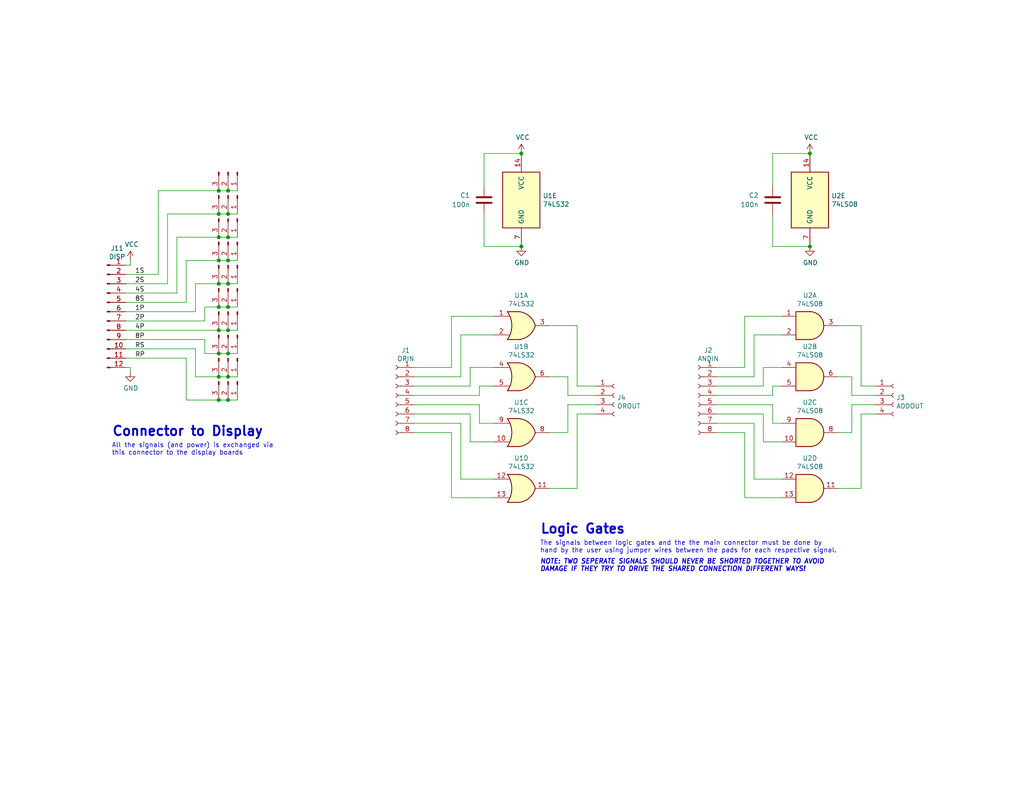
<source format=kicad_sch>
(kicad_sch (version 20230121) (generator eeschema)
  (paper "USLetter")
  (title_block (title "Clock Reset Logic") (date "2024-01-03") (rev "3") (company "Savo Bajic") (comment 1 "Configured using wires soldered between headers") (comment 2 "User configured logic for resetting counters"))
  (lib_symbols
    (symbol "74xx:74LS08" (pin_names (offset 1.016))
      (property "Reference" "U" (at 0 1.27 0))
      (property "Value" "74LS08" (at 0 -1.27 0))
      (symbol "74LS08_1_1"
        (arc (start 0 -3.81) (mid 3.7934 0) (end 0 3.81) (stroke (width 0.254)) (fill (type background)))
        (polyline (pts (xy 0 3.81) (xy -3.81 3.81) (xy -3.81 -3.81) (xy 0 -3.81)) (stroke (width 0.254)) (fill (type background)))
        (pin input line (at -7.62 2.54 0) (length 3.81) (name "~") (number "1"))
        (pin input line (at -7.62 -2.54 0) (length 3.81) (name "~") (number "2"))
        (pin output line (at 7.62 0 180) (length 3.81) (name "~") (number "3"))
      )
      (symbol "74LS08_1_2"
        (arc (start -3.81 -3.81) (mid -2.589 0) (end -3.81 3.81) (stroke (width 0.254)))
        (arc (start -0.6096 -3.81) (mid 2.1855 -2.584) (end 3.81 0) (stroke (width 0.254)) (fill (type background)))
        (polyline (pts (xy -3.81 -3.81) (xy -0.635 -3.81)) (stroke (width 0.254)) (fill (type background)))
        (polyline (pts (xy -3.81 3.81) (xy -0.635 3.81)) (stroke (width 0.254)) (fill (type background)))
        (polyline (pts (xy -0.635 3.81) (xy -3.81 3.81) (xy -3.81 3.81) (xy -3.556 3.4036) (xy -3.0226 2.2606) (xy -2.6924 1.0414) (xy -2.6162 -0.254) (xy -2.7686 -1.4986) (xy -3.175 -2.7178) (xy -3.81 -3.81) (xy -3.81 -3.81) (xy -0.635 -3.81)) (stroke (width -25.4)) (fill (type background)))
        (arc (start 3.81 0) (mid 2.1928 2.5925) (end -0.6096 3.81) (stroke (width 0.254)) (fill (type background)))
        (pin input inverted (at -7.62 2.54 0) (length 4.318) (name "~") (number "1"))
        (pin input inverted (at -7.62 -2.54 0) (length 4.318) (name "~") (number "2"))
        (pin output inverted (at 7.62 0 180) (length 3.81) (name "~") (number "3"))
      )
      (symbol "74LS08_2_1"
        (arc (start 0 -3.81) (mid 3.7934 0) (end 0 3.81) (stroke (width 0.254)) (fill (type background)))
        (polyline (pts (xy 0 3.81) (xy -3.81 3.81) (xy -3.81 -3.81) (xy 0 -3.81)) (stroke (width 0.254)) (fill (type background)))
        (pin input line (at -7.62 2.54 0) (length 3.81) (name "~") (number "4"))
        (pin input line (at -7.62 -2.54 0) (length 3.81) (name "~") (number "5"))
        (pin output line (at 7.62 0 180) (length 3.81) (name "~") (number "6"))
      )
      (symbol "74LS08_2_2"
        (arc (start -3.81 -3.81) (mid -2.589 0) (end -3.81 3.81) (stroke (width 0.254)))
        (arc (start -0.6096 -3.81) (mid 2.1855 -2.584) (end 3.81 0) (stroke (width 0.254)) (fill (type background)))
        (polyline (pts (xy -3.81 -3.81) (xy -0.635 -3.81)) (stroke (width 0.254)) (fill (type background)))
        (polyline (pts (xy -3.81 3.81) (xy -0.635 3.81)) (stroke (width 0.254)) (fill (type background)))
        (polyline (pts (xy -0.635 3.81) (xy -3.81 3.81) (xy -3.81 3.81) (xy -3.556 3.4036) (xy -3.0226 2.2606) (xy -2.6924 1.0414) (xy -2.6162 -0.254) (xy -2.7686 -1.4986) (xy -3.175 -2.7178) (xy -3.81 -3.81) (xy -3.81 -3.81) (xy -0.635 -3.81)) (stroke (width -25.4)) (fill (type background)))
        (arc (start 3.81 0) (mid 2.1928 2.5925) (end -0.6096 3.81) (stroke (width 0.254)) (fill (type background)))
        (pin input inverted (at -7.62 2.54 0) (length 4.318) (name "~") (number "4"))
        (pin input inverted (at -7.62 -2.54 0) (length 4.318) (name "~") (number "5"))
        (pin output inverted (at 7.62 0 180) (length 3.81) (name "~") (number "6"))
      )
      (symbol "74LS08_3_1"
        (arc (start 0 -3.81) (mid 3.7934 0) (end 0 3.81) (stroke (width 0.254)) (fill (type background)))
        (polyline (pts (xy 0 3.81) (xy -3.81 3.81) (xy -3.81 -3.81) (xy 0 -3.81)) (stroke (width 0.254)) (fill (type background)))
        (pin input line (at -7.62 -2.54 0) (length 3.81) (name "~") (number "10"))
        (pin output line (at 7.62 0 180) (length 3.81) (name "~") (number "8"))
        (pin input line (at -7.62 2.54 0) (length 3.81) (name "~") (number "9"))
      )
      (symbol "74LS08_3_2"
        (arc (start -3.81 -3.81) (mid -2.589 0) (end -3.81 3.81) (stroke (width 0.254)))
        (arc (start -0.6096 -3.81) (mid 2.1855 -2.584) (end 3.81 0) (stroke (width 0.254)) (fill (type background)))
        (polyline (pts (xy -3.81 -3.81) (xy -0.635 -3.81)) (stroke (width 0.254)) (fill (type background)))
        (polyline (pts (xy -3.81 3.81) (xy -0.635 3.81)) (stroke (width 0.254)) (fill (type background)))
        (polyline (pts (xy -0.635 3.81) (xy -3.81 3.81) (xy -3.81 3.81) (xy -3.556 3.4036) (xy -3.0226 2.2606) (xy -2.6924 1.0414) (xy -2.6162 -0.254) (xy -2.7686 -1.4986) (xy -3.175 -2.7178) (xy -3.81 -3.81) (xy -3.81 -3.81) (xy -0.635 -3.81)) (stroke (width -25.4)) (fill (type background)))
        (arc (start 3.81 0) (mid 2.1928 2.5925) (end -0.6096 3.81) (stroke (width 0.254)) (fill (type background)))
        (pin input inverted (at -7.62 -2.54 0) (length 4.318) (name "~") (number "10"))
        (pin output inverted (at 7.62 0 180) (length 3.81) (name "~") (number "8"))
        (pin input inverted (at -7.62 2.54 0) (length 4.318) (name "~") (number "9"))
      )
      (symbol "74LS08_4_1"
        (arc (start 0 -3.81) (mid 3.7934 0) (end 0 3.81) (stroke (width 0.254)) (fill (type background)))
        (polyline (pts (xy 0 3.81) (xy -3.81 3.81) (xy -3.81 -3.81) (xy 0 -3.81)) (stroke (width 0.254)) (fill (type background)))
        (pin output line (at 7.62 0 180) (length 3.81) (name "~") (number "11"))
        (pin input line (at -7.62 2.54 0) (length 3.81) (name "~") (number "12"))
        (pin input line (at -7.62 -2.54 0) (length 3.81) (name "~") (number "13"))
      )
      (symbol "74LS08_4_2"
        (arc (start -3.81 -3.81) (mid -2.589 0) (end -3.81 3.81) (stroke (width 0.254)))
        (arc (start -0.6096 -3.81) (mid 2.1855 -2.584) (end 3.81 0) (stroke (width 0.254)) (fill (type background)))
        (polyline (pts (xy -3.81 -3.81) (xy -0.635 -3.81)) (stroke (width 0.254)) (fill (type background)))
        (polyline (pts (xy -3.81 3.81) (xy -0.635 3.81)) (stroke (width 0.254)) (fill (type background)))
        (polyline (pts (xy -0.635 3.81) (xy -3.81 3.81) (xy -3.81 3.81) (xy -3.556 3.4036) (xy -3.0226 2.2606) (xy -2.6924 1.0414) (xy -2.6162 -0.254) (xy -2.7686 -1.4986) (xy -3.175 -2.7178) (xy -3.81 -3.81) (xy -3.81 -3.81) (xy -0.635 -3.81)) (stroke (width -25.4)) (fill (type background)))
        (arc (start 3.81 0) (mid 2.1928 2.5925) (end -0.6096 3.81) (stroke (width 0.254)) (fill (type background)))
        (pin output inverted (at 7.62 0 180) (length 3.81) (name "~") (number "11"))
        (pin input inverted (at -7.62 2.54 0) (length 4.318) (name "~") (number "12"))
        (pin input inverted (at -7.62 -2.54 0) (length 4.318) (name "~") (number "13"))
      )
      (symbol "74LS08_5_0"
        (pin power_in line (at 0 12.7 270) (length 5.08) (name "VCC") (number "14"))
        (pin power_in line (at 0 -12.7 90) (length 5.08) (name "GND") (number "7"))
      )
      (symbol "74LS08_5_1"
        (rectangle (start -5.08 7.62) (end 5.08 -7.62) (stroke (width 0.254)) (fill (type background)))
      )
    )
    (symbol "74xx:74LS32" (pin_names (offset 1.016))
      (property "Reference" "U" (at 0 1.27 0))
      (property "Value" "74LS32" (at 0 -1.27 0))
      (symbol "74LS32_1_1"
        (arc (start -3.81 -3.81) (mid -2.589 0) (end -3.81 3.81) (stroke (width 0.254)))
        (arc (start -0.6096 -3.81) (mid 2.1855 -2.584) (end 3.81 0) (stroke (width 0.254)) (fill (type background)))
        (polyline (pts (xy -3.81 -3.81) (xy -0.635 -3.81)) (stroke (width 0.254)) (fill (type background)))
        (polyline (pts (xy -3.81 3.81) (xy -0.635 3.81)) (stroke (width 0.254)) (fill (type background)))
        (polyline (pts (xy -0.635 3.81) (xy -3.81 3.81) (xy -3.81 3.81) (xy -3.556 3.4036) (xy -3.0226 2.2606) (xy -2.6924 1.0414) (xy -2.6162 -0.254) (xy -2.7686 -1.4986) (xy -3.175 -2.7178) (xy -3.81 -3.81) (xy -3.81 -3.81) (xy -0.635 -3.81)) (stroke (width -25.4)) (fill (type background)))
        (arc (start 3.81 0) (mid 2.1928 2.5925) (end -0.6096 3.81) (stroke (width 0.254)) (fill (type background)))
        (pin input line (at -7.62 2.54 0) (length 4.318) (name "~") (number "1"))
        (pin input line (at -7.62 -2.54 0) (length 4.318) (name "~") (number "2"))
        (pin output line (at 7.62 0 180) (length 3.81) (name "~") (number "3"))
      )
      (symbol "74LS32_1_2"
        (arc (start 0 -3.81) (mid 3.7934 0) (end 0 3.81) (stroke (width 0.254)) (fill (type background)))
        (polyline (pts (xy 0 3.81) (xy -3.81 3.81) (xy -3.81 -3.81) (xy 0 -3.81)) (stroke (width 0.254)) (fill (type background)))
        (pin input inverted (at -7.62 2.54 0) (length 3.81) (name "~") (number "1"))
        (pin input inverted (at -7.62 -2.54 0) (length 3.81) (name "~") (number "2"))
        (pin output inverted (at 7.62 0 180) (length 3.81) (name "~") (number "3"))
      )
      (symbol "74LS32_2_1"
        (arc (start -3.81 -3.81) (mid -2.589 0) (end -3.81 3.81) (stroke (width 0.254)))
        (arc (start -0.6096 -3.81) (mid 2.1855 -2.584) (end 3.81 0) (stroke (width 0.254)) (fill (type background)))
        (polyline (pts (xy -3.81 -3.81) (xy -0.635 -3.81)) (stroke (width 0.254)) (fill (type background)))
        (polyline (pts (xy -3.81 3.81) (xy -0.635 3.81)) (stroke (width 0.254)) (fill (type background)))
        (polyline (pts (xy -0.635 3.81) (xy -3.81 3.81) (xy -3.81 3.81) (xy -3.556 3.4036) (xy -3.0226 2.2606) (xy -2.6924 1.0414) (xy -2.6162 -0.254) (xy -2.7686 -1.4986) (xy -3.175 -2.7178) (xy -3.81 -3.81) (xy -3.81 -3.81) (xy -0.635 -3.81)) (stroke (width -25.4)) (fill (type background)))
        (arc (start 3.81 0) (mid 2.1928 2.5925) (end -0.6096 3.81) (stroke (width 0.254)) (fill (type background)))
        (pin input line (at -7.62 2.54 0) (length 4.318) (name "~") (number "4"))
        (pin input line (at -7.62 -2.54 0) (length 4.318) (name "~") (number "5"))
        (pin output line (at 7.62 0 180) (length 3.81) (name "~") (number "6"))
      )
      (symbol "74LS32_2_2"
        (arc (start 0 -3.81) (mid 3.7934 0) (end 0 3.81) (stroke (width 0.254)) (fill (type background)))
        (polyline (pts (xy 0 3.81) (xy -3.81 3.81) (xy -3.81 -3.81) (xy 0 -3.81)) (stroke (width 0.254)) (fill (type background)))
        (pin input inverted (at -7.62 2.54 0) (length 3.81) (name "~") (number "4"))
        (pin input inverted (at -7.62 -2.54 0) (length 3.81) (name "~") (number "5"))
        (pin output inverted (at 7.62 0 180) (length 3.81) (name "~") (number "6"))
      )
      (symbol "74LS32_3_1"
        (arc (start -3.81 -3.81) (mid -2.589 0) (end -3.81 3.81) (stroke (width 0.254)))
        (arc (start -0.6096 -3.81) (mid 2.1855 -2.584) (end 3.81 0) (stroke (width 0.254)) (fill (type background)))
        (polyline (pts (xy -3.81 -3.81) (xy -0.635 -3.81)) (stroke (width 0.254)) (fill (type background)))
        (polyline (pts (xy -3.81 3.81) (xy -0.635 3.81)) (stroke (width 0.254)) (fill (type background)))
        (polyline (pts (xy -0.635 3.81) (xy -3.81 3.81) (xy -3.81 3.81) (xy -3.556 3.4036) (xy -3.0226 2.2606) (xy -2.6924 1.0414) (xy -2.6162 -0.254) (xy -2.7686 -1.4986) (xy -3.175 -2.7178) (xy -3.81 -3.81) (xy -3.81 -3.81) (xy -0.635 -3.81)) (stroke (width -25.4)) (fill (type background)))
        (arc (start 3.81 0) (mid 2.1928 2.5925) (end -0.6096 3.81) (stroke (width 0.254)) (fill (type background)))
        (pin input line (at -7.62 -2.54 0) (length 4.318) (name "~") (number "10"))
        (pin output line (at 7.62 0 180) (length 3.81) (name "~") (number "8"))
        (pin input line (at -7.62 2.54 0) (length 4.318) (name "~") (number "9"))
      )
      (symbol "74LS32_3_2"
        (arc (start 0 -3.81) (mid 3.7934 0) (end 0 3.81) (stroke (width 0.254)) (fill (type background)))
        (polyline (pts (xy 0 3.81) (xy -3.81 3.81) (xy -3.81 -3.81) (xy 0 -3.81)) (stroke (width 0.254)) (fill (type background)))
        (pin input inverted (at -7.62 -2.54 0) (length 3.81) (name "~") (number "10"))
        (pin output inverted (at 7.62 0 180) (length 3.81) (name "~") (number "8"))
        (pin input inverted (at -7.62 2.54 0) (length 3.81) (name "~") (number "9"))
      )
      (symbol "74LS32_4_1"
        (arc (start -3.81 -3.81) (mid -2.589 0) (end -3.81 3.81) (stroke (width 0.254)))
        (arc (start -0.6096 -3.81) (mid 2.1855 -2.584) (end 3.81 0) (stroke (width 0.254)) (fill (type background)))
        (polyline (pts (xy -3.81 -3.81) (xy -0.635 -3.81)) (stroke (width 0.254)) (fill (type background)))
        (polyline (pts (xy -3.81 3.81) (xy -0.635 3.81)) (stroke (width 0.254)) (fill (type background)))
        (polyline (pts (xy -0.635 3.81) (xy -3.81 3.81) (xy -3.81 3.81) (xy -3.556 3.4036) (xy -3.0226 2.2606) (xy -2.6924 1.0414) (xy -2.6162 -0.254) (xy -2.7686 -1.4986) (xy -3.175 -2.7178) (xy -3.81 -3.81) (xy -3.81 -3.81) (xy -0.635 -3.81)) (stroke (width -25.4)) (fill (type background)))
        (arc (start 3.81 0) (mid 2.1928 2.5925) (end -0.6096 3.81) (stroke (width 0.254)) (fill (type background)))
        (pin output line (at 7.62 0 180) (length 3.81) (name "~") (number "11"))
        (pin input line (at -7.62 2.54 0) (length 4.318) (name "~") (number "12"))
        (pin input line (at -7.62 -2.54 0) (length 4.318) (name "~") (number "13"))
      )
      (symbol "74LS32_4_2"
        (arc (start 0 -3.81) (mid 3.7934 0) (end 0 3.81) (stroke (width 0.254)) (fill (type background)))
        (polyline (pts (xy 0 3.81) (xy -3.81 3.81) (xy -3.81 -3.81) (xy 0 -3.81)) (stroke (width 0.254)) (fill (type background)))
        (pin output inverted (at 7.62 0 180) (length 3.81) (name "~") (number "11"))
        (pin input inverted (at -7.62 2.54 0) (length 3.81) (name "~") (number "12"))
        (pin input inverted (at -7.62 -2.54 0) (length 3.81) (name "~") (number "13"))
      )
      (symbol "74LS32_5_0"
        (pin power_in line (at 0 12.7 270) (length 5.08) (name "VCC") (number "14"))
        (pin power_in line (at 0 -12.7 90) (length 5.08) (name "GND") (number "7"))
      )
      (symbol "74LS32_5_1"
        (rectangle (start -5.08 7.62) (end 5.08 -7.62) (stroke (width 0.254)) (fill (type background)))
      )
    )
    (symbol "Connector:Conn_01x03_Male" (pin_names (offset 1.016) hide)
      (property "Reference" "J" (at 0 5.08 0))
      (property "Value" "Conn_01x03_Male" (at 0 -5.08 0))
      (symbol "Conn_01x03_Male_1_1"
        (polyline (pts (xy 1.27 -2.54) (xy 0.8636 -2.54)) (stroke (width 0.1524)))
        (polyline (pts (xy 1.27 0) (xy 0.8636 0)) (stroke (width 0.1524)))
        (polyline (pts (xy 1.27 2.54) (xy 0.8636 2.54)) (stroke (width 0.1524)))
        (rectangle (start 0.8636 -2.413) (end 0 -2.667) (stroke (width 0.1524)) (fill (type outline)))
        (rectangle (start 0.8636 0.127) (end 0 -0.127) (stroke (width 0.1524)) (fill (type outline)))
        (rectangle (start 0.8636 2.667) (end 0 2.413) (stroke (width 0.1524)) (fill (type outline)))
        (pin passive line (at 5.08 2.54 180) (length 3.81) (name "Pin_1") (number "1"))
        (pin passive line (at 5.08 0 180) (length 3.81) (name "Pin_2") (number "2"))
        (pin passive line (at 5.08 -2.54 180) (length 3.81) (name "Pin_3") (number "3"))
      )
    )
    (symbol "Connector:Conn_01x04_Female" (pin_names (offset 1.016) hide)
      (property "Reference" "J" (at 0 5.08 0))
      (property "Value" "Conn_01x04_Female" (at 0 -7.62 0))
      (symbol "Conn_01x04_Female_1_1"
        (arc (start 0 -4.572) (mid -0.5058 -5.08) (end 0 -5.588) (stroke (width 0.1524)))
        (arc (start 0 -2.032) (mid -0.5058 -2.54) (end 0 -3.048) (stroke (width 0.1524)))
        (polyline (pts (xy -1.27 -5.08) (xy -0.508 -5.08)) (stroke (width 0.1524)))
        (polyline (pts (xy -1.27 -2.54) (xy -0.508 -2.54)) (stroke (width 0.1524)))
        (polyline (pts (xy -1.27 0) (xy -0.508 0)) (stroke (width 0.1524)))
        (polyline (pts (xy -1.27 2.54) (xy -0.508 2.54)) (stroke (width 0.1524)))
        (arc (start 0 0.508) (mid -0.5058 0) (end 0 -0.508) (stroke (width 0.1524)))
        (arc (start 0 3.048) (mid -0.5058 2.54) (end 0 2.032) (stroke (width 0.1524)))
        (pin passive line (at -5.08 2.54 0) (length 3.81) (name "Pin_1") (number "1"))
        (pin passive line (at -5.08 0 0) (length 3.81) (name "Pin_2") (number "2"))
        (pin passive line (at -5.08 -2.54 0) (length 3.81) (name "Pin_3") (number "3"))
        (pin passive line (at -5.08 -5.08 0) (length 3.81) (name "Pin_4") (number "4"))
      )
    )
    (symbol "Connector:Conn_01x08_Female" (pin_names (offset 1.016) hide)
      (property "Reference" "J" (at 0 10.16 0))
      (property "Value" "Conn_01x08_Female" (at 0 -12.7 0))
      (symbol "Conn_01x08_Female_1_1"
        (arc (start 0 -9.652) (mid -0.5058 -10.16) (end 0 -10.668) (stroke (width 0.1524)))
        (arc (start 0 -7.112) (mid -0.5058 -7.62) (end 0 -8.128) (stroke (width 0.1524)))
        (arc (start 0 -4.572) (mid -0.5058 -5.08) (end 0 -5.588) (stroke (width 0.1524)))
        (arc (start 0 -2.032) (mid -0.5058 -2.54) (end 0 -3.048) (stroke (width 0.1524)))
        (polyline (pts (xy -1.27 -10.16) (xy -0.508 -10.16)) (stroke (width 0.1524)))
        (polyline (pts (xy -1.27 -7.62) (xy -0.508 -7.62)) (stroke (width 0.1524)))
        (polyline (pts (xy -1.27 -5.08) (xy -0.508 -5.08)) (stroke (width 0.1524)))
        (polyline (pts (xy -1.27 -2.54) (xy -0.508 -2.54)) (stroke (width 0.1524)))
        (polyline (pts (xy -1.27 0) (xy -0.508 0)) (stroke (width 0.1524)))
        (polyline (pts (xy -1.27 2.54) (xy -0.508 2.54)) (stroke (width 0.1524)))
        (polyline (pts (xy -1.27 5.08) (xy -0.508 5.08)) (stroke (width 0.1524)))
        (polyline (pts (xy -1.27 7.62) (xy -0.508 7.62)) (stroke (width 0.1524)))
        (arc (start 0 0.508) (mid -0.5058 0) (end 0 -0.508) (stroke (width 0.1524)))
        (arc (start 0 3.048) (mid -0.5058 2.54) (end 0 2.032) (stroke (width 0.1524)))
        (arc (start 0 5.588) (mid -0.5058 5.08) (end 0 4.572) (stroke (width 0.1524)))
        (arc (start 0 8.128) (mid -0.5058 7.62) (end 0 7.112) (stroke (width 0.1524)))
        (pin passive line (at -5.08 7.62 0) (length 3.81) (name "Pin_1") (number "1"))
        (pin passive line (at -5.08 5.08 0) (length 3.81) (name "Pin_2") (number "2"))
        (pin passive line (at -5.08 2.54 0) (length 3.81) (name "Pin_3") (number "3"))
        (pin passive line (at -5.08 0 0) (length 3.81) (name "Pin_4") (number "4"))
        (pin passive line (at -5.08 -2.54 0) (length 3.81) (name "Pin_5") (number "5"))
        (pin passive line (at -5.08 -5.08 0) (length 3.81) (name "Pin_6") (number "6"))
        (pin passive line (at -5.08 -7.62 0) (length 3.81) (name "Pin_7") (number "7"))
        (pin passive line (at -5.08 -10.16 0) (length 3.81) (name "Pin_8") (number "8"))
      )
    )
    (symbol "Connector:Conn_01x12_Male" (pin_names (offset 1.016) hide)
      (property "Reference" "J" (at 0 15.24 0))
      (property "Value" "Conn_01x12_Male" (at 0 -17.78 0))
      (symbol "Conn_01x12_Male_1_1"
        (polyline (pts (xy 1.27 -15.24) (xy 0.8636 -15.24)) (stroke (width 0.1524)))
        (polyline (pts (xy 1.27 -12.7) (xy 0.8636 -12.7)) (stroke (width 0.1524)))
        (polyline (pts (xy 1.27 -10.16) (xy 0.8636 -10.16)) (stroke (width 0.1524)))
        (polyline (pts (xy 1.27 -7.62) (xy 0.8636 -7.62)) (stroke (width 0.1524)))
        (polyline (pts (xy 1.27 -5.08) (xy 0.8636 -5.08)) (stroke (width 0.1524)))
        (polyline (pts (xy 1.27 -2.54) (xy 0.8636 -2.54)) (stroke (width 0.1524)))
        (polyline (pts (xy 1.27 0) (xy 0.8636 0)) (stroke (width 0.1524)))
        (polyline (pts (xy 1.27 2.54) (xy 0.8636 2.54)) (stroke (width 0.1524)))
        (polyline (pts (xy 1.27 5.08) (xy 0.8636 5.08)) (stroke (width 0.1524)))
        (polyline (pts (xy 1.27 7.62) (xy 0.8636 7.62)) (stroke (width 0.1524)))
        (polyline (pts (xy 1.27 10.16) (xy 0.8636 10.16)) (stroke (width 0.1524)))
        (polyline (pts (xy 1.27 12.7) (xy 0.8636 12.7)) (stroke (width 0.1524)))
        (rectangle (start 0.8636 -15.113) (end 0 -15.367) (stroke (width 0.1524)) (fill (type outline)))
        (rectangle (start 0.8636 -12.573) (end 0 -12.827) (stroke (width 0.1524)) (fill (type outline)))
        (rectangle (start 0.8636 -10.033) (end 0 -10.287) (stroke (width 0.1524)) (fill (type outline)))
        (rectangle (start 0.8636 -7.493) (end 0 -7.747) (stroke (width 0.1524)) (fill (type outline)))
        (rectangle (start 0.8636 -4.953) (end 0 -5.207) (stroke (width 0.1524)) (fill (type outline)))
        (rectangle (start 0.8636 -2.413) (end 0 -2.667) (stroke (width 0.1524)) (fill (type outline)))
        (rectangle (start 0.8636 0.127) (end 0 -0.127) (stroke (width 0.1524)) (fill (type outline)))
        (rectangle (start 0.8636 2.667) (end 0 2.413) (stroke (width 0.1524)) (fill (type outline)))
        (rectangle (start 0.8636 5.207) (end 0 4.953) (stroke (width 0.1524)) (fill (type outline)))
        (rectangle (start 0.8636 7.747) (end 0 7.493) (stroke (width 0.1524)) (fill (type outline)))
        (rectangle (start 0.8636 10.287) (end 0 10.033) (stroke (width 0.1524)) (fill (type outline)))
        (rectangle (start 0.8636 12.827) (end 0 12.573) (stroke (width 0.1524)) (fill (type outline)))
        (pin passive line (at 5.08 12.7 180) (length 3.81) (name "Pin_1") (number "1"))
        (pin passive line (at 5.08 -10.16 180) (length 3.81) (name "Pin_10") (number "10"))
        (pin passive line (at 5.08 -12.7 180) (length 3.81) (name "Pin_11") (number "11"))
        (pin passive line (at 5.08 -15.24 180) (length 3.81) (name "Pin_12") (number "12"))
        (pin passive line (at 5.08 10.16 180) (length 3.81) (name "Pin_2") (number "2"))
        (pin passive line (at 5.08 7.62 180) (length 3.81) (name "Pin_3") (number "3"))
        (pin passive line (at 5.08 5.08 180) (length 3.81) (name "Pin_4") (number "4"))
        (pin passive line (at 5.08 2.54 180) (length 3.81) (name "Pin_5") (number "5"))
        (pin passive line (at 5.08 0 180) (length 3.81) (name "Pin_6") (number "6"))
        (pin passive line (at 5.08 -2.54 180) (length 3.81) (name "Pin_7") (number "7"))
        (pin passive line (at 5.08 -5.08 180) (length 3.81) (name "Pin_8") (number "8"))
        (pin passive line (at 5.08 -7.62 180) (length 3.81) (name "Pin_9") (number "9"))
      )
    )
    (symbol "Device:C" (pin_numbers hide) (pin_names (offset 0.254))
      (property "Reference" "C" (at 0.635 2.54 0))
      (property "Value" "C" (at 0.635 -2.54 0))
      (symbol "C_0_1"
        (polyline (pts (xy -2.032 -0.762) (xy 2.032 -0.762)) (stroke (width 0.508)))
        (polyline (pts (xy -2.032 0.762) (xy 2.032 0.762)) (stroke (width 0.508)))
      )
      (symbol "C_1_1"
        (pin passive line (at 0 3.81 270) (length 2.794) (name "~") (number "1"))
        (pin passive line (at 0 -3.81 90) (length 2.794) (name "~") (number "2"))
      )
    )
    (symbol "power:GND" (power) (pin_names (offset 0))
      (property "Value" "GND" (at 0 -3.81 0))
      (symbol "GND_0_1"
        (polyline (pts (xy 0 0) (xy 0 -1.27) (xy 1.27 -1.27) (xy 0 -2.54) (xy -1.27 -1.27) (xy 0 -1.27)))
      )
      (symbol "GND_1_1"
        (pin power_in line (at 0 0 270) (length 0) hide (name "GND") (number "1"))
      )
    )
    (symbol "power:VCC" (power) (pin_names (offset 0))
      (property "Value" "VCC" (at 0 3.81 0))
      (symbol "VCC_0_1"
        (polyline (pts (xy -0.762 1.27) (xy 0 2.54)))
        (polyline (pts (xy 0 0) (xy 0 2.54)))
        (polyline (pts (xy 0 2.54) (xy 0.762 1.27)))
      )
      (symbol "VCC_1_1"
        (pin power_in line (at 0 0 90) (length 0) hide (name "VCC") (number "1"))
      )
    )
  )
  (junction (at 62.23 52.07))
  (junction (at 59.69 96.52))
  (junction (at 62.23 64.77))
  (junction (at 59.69 109.22))
  (junction (at 59.69 77.47))
  (junction (at 59.69 83.82))
  (junction (at 62.23 102.87))
  (junction (at 59.69 102.87))
  (junction (at 62.23 83.82))
  (junction (at 62.23 58.42))
  (junction (at 220.98 41.91))
  (junction (at 220.98 67.31))
  (junction (at 59.69 90.17))
  (junction (at 142.24 67.31))
  (junction (at 59.69 52.07))
  (junction (at 142.24 41.91))
  (junction (at 62.23 90.17))
  (junction (at 62.23 109.22))
  (junction (at 59.69 71.12))
  (junction (at 59.69 58.42))
  (junction (at 62.23 96.52))
  (junction (at 59.69 64.77))
  (junction (at 62.23 71.12))
  (junction (at 62.23 77.47))
  (wire (pts (xy 113.03 105.41) (xy 128.27 105.41)))
  (wire (pts (xy 128.27 100.33) (xy 134.62 100.33)))
  (wire (pts (xy 50.8 82.55) (xy 50.8 71.12)))
  (wire (pts (xy 55.88 87.63) (xy 55.88 83.82)))
  (wire (pts (xy 210.82 110.49) (xy 195.58 110.49)))
  (wire (pts (xy 162.56 110.49) (xy 154.94 110.49)))
  (wire (pts (xy 213.36 91.44) (xy 205.74 91.44)))
  (wire (pts (xy 123.19 86.36) (xy 134.62 86.36)))
  (wire (pts (xy 125.73 91.44) (xy 134.62 91.44)))
  (wire (pts (xy 130.81 110.49) (xy 130.81 115.57)))
  (wire (pts (xy 59.69 102.87) (xy 53.34 102.87)))
  (wire (pts (xy 232.41 118.11) (xy 232.41 110.49)))
  (wire (pts (xy 154.94 118.11) (xy 149.86 118.11)))
  (wire (pts (xy 34.29 85.09) (xy 53.34 85.09)))
  (wire (pts (xy 35.56 100.33) (xy 35.56 101.6)))
  (wire (pts (xy 34.29 87.63) (xy 55.88 87.63)))
  (wire (pts (xy 34.29 97.79) (xy 50.8 97.79)))
  (wire (pts (xy 205.74 115.57) (xy 195.58 115.57)))
  (wire (pts (xy 125.73 102.87) (xy 113.03 102.87)))
  (wire (pts (xy 113.03 107.95) (xy 130.81 107.95)))
  (wire (pts (xy 132.08 41.91) (xy 142.24 41.91)))
  (wire (pts (xy 238.76 113.03) (xy 234.95 113.03)))
  (wire (pts (xy 34.29 100.33) (xy 35.56 100.33)))
  (wire (pts (xy 203.2 135.89) (xy 213.36 135.89)))
  (wire (pts (xy 62.23 96.52) (xy 64.77 96.52)))
  (wire (pts (xy 53.34 95.25) (xy 34.29 95.25)))
  (wire (pts (xy 234.95 105.41) (xy 238.76 105.41)))
  (wire (pts (xy 157.48 113.03) (xy 162.56 113.03)))
  (wire (pts (xy 210.82 41.91) (xy 220.98 41.91)))
  (wire (pts (xy 162.56 105.41) (xy 157.48 105.41)))
  (wire (pts (xy 123.19 100.33) (xy 123.19 86.36)))
  (wire (pts (xy 210.82 67.31) (xy 220.98 67.31)))
  (wire (pts (xy 157.48 133.35) (xy 157.48 113.03)))
  (wire (pts (xy 210.82 58.42) (xy 210.82 67.31)))
  (wire (pts (xy 125.73 130.81) (xy 134.62 130.81)))
  (wire (pts (xy 59.69 52.07) (xy 62.23 52.07)))
  (wire (pts (xy 55.88 92.71) (xy 55.88 96.52)))
  (wire (pts (xy 43.18 74.93) (xy 43.18 52.07)))
  (wire (pts (xy 113.03 110.49) (xy 130.81 110.49)))
  (wire (pts (xy 208.28 120.65) (xy 213.36 120.65)))
  (wire (pts (xy 50.8 97.79) (xy 50.8 109.22)))
  (wire (pts (xy 210.82 50.8) (xy 210.82 41.91)))
  (wire (pts (xy 34.29 72.39) (xy 35.56 72.39)))
  (wire (pts (xy 62.23 90.17) (xy 64.77 90.17)))
  (wire (pts (xy 130.81 107.95) (xy 130.81 105.41)))
  (wire (pts (xy 210.82 115.57) (xy 210.82 110.49)))
  (wire (pts (xy 208.28 100.33) (xy 208.28 105.41)))
  (wire (pts (xy 59.69 64.77) (xy 62.23 64.77)))
  (wire (pts (xy 132.08 67.31) (xy 142.24 67.31)))
  (wire (pts (xy 128.27 113.03) (xy 113.03 113.03)))
  (wire (pts (xy 62.23 83.82) (xy 64.77 83.82)))
  (wire (pts (xy 53.34 102.87) (xy 53.34 95.25)))
  (wire (pts (xy 34.29 90.17) (xy 59.69 90.17)))
  (wire (pts (xy 203.2 100.33) (xy 203.2 86.36)))
  (wire (pts (xy 34.29 80.01) (xy 48.26 80.01)))
  (wire (pts (xy 149.86 102.87) (xy 154.94 102.87)))
  (wire (pts (xy 48.26 64.77) (xy 59.69 64.77)))
  (wire (pts (xy 53.34 77.47) (xy 59.69 77.47)))
  (wire (pts (xy 34.29 74.93) (xy 43.18 74.93)))
  (wire (pts (xy 62.23 71.12) (xy 64.77 71.12)))
  (wire (pts (xy 34.29 92.71) (xy 55.88 92.71)))
  (wire (pts (xy 59.69 71.12) (xy 62.23 71.12)))
  (wire (pts (xy 132.08 58.42) (xy 132.08 67.31)))
  (wire (pts (xy 203.2 86.36) (xy 213.36 86.36)))
  (wire (pts (xy 55.88 96.52) (xy 59.69 96.52)))
  (wire (pts (xy 125.73 91.44) (xy 125.73 102.87)))
  (wire (pts (xy 125.73 115.57) (xy 125.73 130.81)))
  (wire (pts (xy 208.28 113.03) (xy 208.28 120.65)))
  (wire (pts (xy 43.18 52.07) (xy 59.69 52.07)))
  (wire (pts (xy 238.76 107.95) (xy 232.41 107.95)))
  (wire (pts (xy 232.41 110.49) (xy 238.76 110.49)))
  (wire (pts (xy 210.82 105.41) (xy 213.36 105.41)))
  (wire (pts (xy 59.69 96.52) (xy 62.23 96.52)))
  (wire (pts (xy 205.74 102.87) (xy 195.58 102.87)))
  (wire (pts (xy 154.94 107.95) (xy 162.56 107.95)))
  (wire (pts (xy 154.94 110.49) (xy 154.94 118.11)))
  (wire (pts (xy 130.81 105.41) (xy 134.62 105.41)))
  (wire (pts (xy 62.23 64.77) (xy 64.77 64.77)))
  (wire (pts (xy 113.03 100.33) (xy 123.19 100.33)))
  (wire (pts (xy 130.81 115.57) (xy 134.62 115.57)))
  (wire (pts (xy 132.08 50.8) (xy 132.08 41.91)))
  (wire (pts (xy 35.56 72.39) (xy 35.56 71.12)))
  (wire (pts (xy 50.8 71.12) (xy 59.69 71.12)))
  (wire (pts (xy 195.58 107.95) (xy 210.82 107.95)))
  (wire (pts (xy 157.48 88.9) (xy 149.86 88.9)))
  (wire (pts (xy 48.26 80.01) (xy 48.26 64.77)))
  (wire (pts (xy 62.23 58.42) (xy 64.77 58.42)))
  (wire (pts (xy 213.36 115.57) (xy 210.82 115.57)))
  (wire (pts (xy 228.6 88.9) (xy 234.95 88.9)))
  (wire (pts (xy 62.23 52.07) (xy 64.77 52.07)))
  (wire (pts (xy 157.48 105.41) (xy 157.48 88.9)))
  (wire (pts (xy 128.27 120.65) (xy 128.27 113.03)))
  (wire (pts (xy 213.36 130.81) (xy 205.74 130.81)))
  (wire (pts (xy 34.29 82.55) (xy 50.8 82.55)))
  (wire (pts (xy 232.41 107.95) (xy 232.41 102.87)))
  (wire (pts (xy 113.03 115.57) (xy 125.73 115.57)))
  (wire (pts (xy 62.23 102.87) (xy 64.77 102.87)))
  (wire (pts (xy 205.74 91.44) (xy 205.74 102.87)))
  (wire (pts (xy 59.69 77.47) (xy 62.23 77.47)))
  (wire (pts (xy 234.95 133.35) (xy 228.6 133.35)))
  (wire (pts (xy 228.6 118.11) (xy 232.41 118.11)))
  (wire (pts (xy 123.19 135.89) (xy 123.19 118.11)))
  (wire (pts (xy 195.58 118.11) (xy 203.2 118.11)))
  (wire (pts (xy 128.27 105.41) (xy 128.27 100.33)))
  (wire (pts (xy 210.82 107.95) (xy 210.82 105.41)))
  (wire (pts (xy 203.2 118.11) (xy 203.2 135.89)))
  (wire (pts (xy 208.28 105.41) (xy 195.58 105.41)))
  (wire (pts (xy 154.94 102.87) (xy 154.94 107.95)))
  (wire (pts (xy 234.95 113.03) (xy 234.95 133.35)))
  (wire (pts (xy 45.72 58.42) (xy 59.69 58.42)))
  (wire (pts (xy 62.23 102.87) (xy 59.69 102.87)))
  (wire (pts (xy 50.8 109.22) (xy 59.69 109.22)))
  (wire (pts (xy 45.72 77.47) (xy 45.72 58.42)))
  (wire (pts (xy 195.58 113.03) (xy 208.28 113.03)))
  (wire (pts (xy 34.29 77.47) (xy 45.72 77.47)))
  (wire (pts (xy 149.86 133.35) (xy 157.48 133.35)))
  (wire (pts (xy 123.19 118.11) (xy 113.03 118.11)))
  (wire (pts (xy 134.62 135.89) (xy 123.19 135.89)))
  (wire (pts (xy 205.74 130.81) (xy 205.74 115.57)))
  (wire (pts (xy 234.95 88.9) (xy 234.95 105.41)))
  (wire (pts (xy 55.88 83.82) (xy 59.69 83.82)))
  (wire (pts (xy 195.58 100.33) (xy 203.2 100.33)))
  (wire (pts (xy 213.36 100.33) (xy 208.28 100.33)))
  (wire (pts (xy 59.69 90.17) (xy 62.23 90.17)))
  (wire (pts (xy 59.69 83.82) (xy 62.23 83.82)))
  (wire (pts (xy 59.69 109.22) (xy 62.23 109.22)))
  (wire (pts (xy 59.69 58.42) (xy 62.23 58.42)))
  (wire (pts (xy 232.41 102.87) (xy 228.6 102.87)))
  (wire (pts (xy 62.23 77.47) (xy 64.77 77.47)))
  (wire (pts (xy 134.62 120.65) (xy 128.27 120.65)))
  (wire (pts (xy 53.34 85.09) (xy 53.34 77.47)))
  (wire (pts (xy 62.23 109.22) (xy 64.77 109.22)))
  (text "Logic Gates" (at 147.32 146.05 0) (effects (font (size 2.5654 2.5654) (thickness 0.5131) bold) (justify left bottom)))
  (text "Connector to Display" (at 30.48 119.38 0) (effects (font (size 2.5654 2.5654) (thickness 0.5131) bold) (justify left bottom)))
  (text "NOTE: TWO SEPERATE SIGNALS SHOULD NEVER BE SHORTED TOGETHER TO AVOID\nDAMAGE IF THEY TRY TO DRIVE THE SHARED CONNECTION DIFFERENT WAYS!" (at 147.32 156.21 0) (effects (font (size 1.27 1.27) (thickness 0.254) bold italic) (justify left bottom)))
  (text "The signals between logic gates and the the main connector must be done by\nhand by the user using jumper wires between the pads for each respective signal." (at 147.32 151.13 0) (effects (font (size 1.27 1.27)) (justify left bottom)))
  (text "All the signals (and power) is exchanged via \nthis connector to the display boards" (at 30.48 124.46 0) (effects (font (size 1.27 1.27)) (justify left bottom)))
  (label "2S" (at 36.83 77.47 0))
  (label "8P" (at 36.83 92.71 0))
  (label "RP" (at 36.83 97.79 0))
  (label "4S" (at 36.83 80.01 0))
  (label "RS" (at 36.83 95.25 0))
  (label "1P" (at 36.83 85.09 0))
  (label "1S" (at 36.83 74.93 0))
  (label "4P" (at 36.83 90.17 0))
  (label "8S" (at 36.83 82.55 0))
  (label "2P" (at 36.83 87.63 0))
  (symbol (lib_id "74xx:74LS08") (at 220.98 88.9 0) (unit 1)
    (property "Reference" "U2" (at 220.98 80.645 0))
    (property "Value" "74LS08" (at 220.98 82.9564 0))
    (property "Footprint" "Package_DIP:DIP-14_W7.62mm_Socket" (effects hide))
    (property "Datasheet" "http://www.ti.com/lit/gpn/sn74LS08" (effects hide))
  )
  (symbol (lib_id "74xx:74LS08") (at 220.98 102.87 0) (unit 2)
    (property "Reference" "U2" (at 220.98 94.615 0))
    (property "Value" "74LS08" (at 220.98 96.9264 0))
    (property "Footprint" "Package_DIP:DIP-14_W7.62mm_Socket" (effects hide))
    (property "Datasheet" "http://www.ti.com/lit/gpn/sn74LS08" (effects hide))
  )
  (symbol (lib_id "74xx:74LS08") (at 220.98 118.11 0) (unit 3)
    (property "Reference" "U2" (at 220.98 109.855 0))
    (property "Value" "74LS08" (at 220.98 112.1664 0))
    (property "Footprint" "Package_DIP:DIP-14_W7.62mm_Socket" (effects hide))
    (property "Datasheet" "http://www.ti.com/lit/gpn/sn74LS08" (effects hide))
  )
  (symbol (lib_id "74xx:74LS08") (at 220.98 133.35 0) (unit 4)
    (property "Reference" "U2" (at 220.98 125.095 0))
    (property "Value" "74LS08" (at 220.98 127.4064 0))
    (property "Footprint" "Package_DIP:DIP-14_W7.62mm_Socket" (effects hide))
    (property "Datasheet" "http://www.ti.com/lit/gpn/sn74LS08" (effects hide))
  )
  (symbol (lib_id "74xx:74LS08") (at 220.98 54.61 0) (unit 5)
    (property "Reference" "U2" (at 226.822 53.4416 0) (effects (justify left)))
    (property "Value" "74LS08" (at 226.822 55.753 0) (effects (justify left)))
    (property "Footprint" "Package_DIP:DIP-14_W7.62mm_Socket" (effects hide))
    (property "Datasheet" "http://www.ti.com/lit/gpn/sn74LS08" (effects hide))
  )
  (symbol (lib_id "74xx:74LS32") (at 142.24 88.9 0) (unit 1)
    (property "Reference" "U1" (at 142.24 80.645 0))
    (property "Value" "74LS32" (at 142.24 82.9564 0))
    (property "Footprint" "Package_DIP:DIP-14_W7.62mm_Socket" (effects hide))
    (property "Datasheet" "http://www.ti.com/lit/gpn/sn74LS32" (effects hide))
  )
  (symbol (lib_id "74xx:74LS32") (at 142.24 102.87 0) (unit 2)
    (property "Reference" "U1" (at 142.24 94.615 0))
    (property "Value" "74LS32" (at 142.24 96.9264 0))
    (property "Footprint" "Package_DIP:DIP-14_W7.62mm_Socket" (effects hide))
    (property "Datasheet" "http://www.ti.com/lit/gpn/sn74LS32" (effects hide))
  )
  (symbol (lib_id "74xx:74LS32") (at 142.24 118.11 0) (unit 3)
    (property "Reference" "U1" (at 142.24 109.855 0))
    (property "Value" "74LS32" (at 142.24 112.1664 0))
    (property "Footprint" "Package_DIP:DIP-14_W7.62mm_Socket" (effects hide))
    (property "Datasheet" "http://www.ti.com/lit/gpn/sn74LS32" (effects hide))
  )
  (symbol (lib_id "74xx:74LS32") (at 142.24 133.35 0) (unit 4)
    (property "Reference" "U1" (at 142.24 125.095 0))
    (property "Value" "74LS32" (at 142.24 127.4064 0))
    (property "Footprint" "Package_DIP:DIP-14_W7.62mm_Socket" (effects hide))
    (property "Datasheet" "http://www.ti.com/lit/gpn/sn74LS32" (effects hide))
  )
  (symbol (lib_id "74xx:74LS32") (at 142.24 54.61 0) (unit 5)
    (property "Reference" "U1" (at 148.082 53.4416 0) (effects (justify left)))
    (property "Value" "74LS32" (at 148.082 55.753 0) (effects (justify left)))
    (property "Footprint" "Package_DIP:DIP-14_W7.62mm_Socket" (effects hide))
    (property "Datasheet" "http://www.ti.com/lit/gpn/sn74LS32" (effects hide))
  )
  (symbol (lib_id "power:GND") (at 142.24 67.31 0) (unit 1)
    (property "Reference" "#PWR0101" (effects hide))
    (property "Value" "GND" (at 142.367 71.7042 0))
  )
  (symbol (lib_id "power:GND") (at 220.98 67.31 0) (unit 1)
    (property "Reference" "#PWR0102" (effects hide))
    (property "Value" "GND" (at 221.107 71.7042 0))
  )
  (symbol (lib_id "power:VCC") (at 142.24 41.91 0) (unit 1)
    (property "Reference" "#PWR0103" (effects hide))
    (property "Value" "VCC" (at 142.621 37.5158 0))
  )
  (symbol (lib_id "power:VCC") (at 220.98 41.91 0) (unit 1)
    (property "Reference" "#PWR0104" (effects hide))
    (property "Value" "VCC" (at 221.361 37.5158 0))
  )
  (symbol (lib_id "Connector:Conn_01x04_Female") (at 167.64 107.95 0) (unit 1)
    (property "Reference" "J4" (at 168.3512 108.5596 0) (effects (justify left)))
    (property "Value" "OROUT" (at 168.3512 110.871 0) (effects (justify left)))
    (property "Footprint" "Connector_PinHeader_2.54mm:PinHeader_1x04_P2.54mm_Vertical" (effects hide))
  )
  (symbol (lib_id "Connector:Conn_01x08_Female") (at 107.95 107.95 0) (mirror y) (unit 1)
    (property "Reference" "J1" (at 110.6932 95.631 0))
    (property "Value" "ORIN" (at 110.6932 97.9424 0))
    (property "Footprint" "Connector_PinHeader_2.54mm:PinHeader_1x08_P2.54mm_Vertical" (effects hide))
  )
  (symbol (lib_id "Connector:Conn_01x08_Female") (at 190.5 107.95 0) (mirror y) (unit 1)
    (property "Reference" "J2" (at 193.2432 95.631 0))
    (property "Value" "ANDIN" (at 193.2432 97.9424 0))
    (property "Footprint" "Connector_PinHeader_2.54mm:PinHeader_1x08_P2.54mm_Vertical" (effects hide))
  )
  (symbol (lib_id "Connector:Conn_01x04_Female") (at 243.84 107.95 0) (unit 1)
    (property "Reference" "J3" (at 244.5512 108.5596 0) (effects (justify left)))
    (property "Value" "ADDOUT" (at 244.5512 110.871 0) (effects (justify left)))
    (property "Footprint" "Connector_PinHeader_2.54mm:PinHeader_1x04_P2.54mm_Vertical" (effects hide))
  )
  (symbol (lib_id "Connector:Conn_01x03_Male") (at 62.23 46.99 270) (unit 1)
    (property "Reference" "J5" (effects hide))
    (property "Value" "Conn_01x03_Male" (effects hide))
    (property "Footprint" "Connector_PinHeader_2.54mm:PinHeader_1x03_P2.54mm_Vertical" (effects hide))
  )
  (symbol (lib_id "Connector:Conn_01x12_Male") (at 29.21 85.09 0) (unit 1)
    (property "Reference" "J11" (at 31.9532 67.7926 0))
    (property "Value" "DISP" (at 31.9532 70.104 0))
    (property "Footprint" "Connector_PinSocket_2.54mm:PinSocket_1x12_P2.54mm_Horizontal" (effects hide))
  )
  (symbol (lib_id "Connector:Conn_01x03_Male") (at 62.23 53.34 270) (unit 1)
    (property "Reference" "J6" (effects hide))
    (property "Value" "Conn_01x03_Male" (effects hide))
    (property "Footprint" "Connector_PinHeader_2.54mm:PinHeader_1x03_P2.54mm_Vertical" (effects hide))
  )
  (symbol (lib_id "Connector:Conn_01x03_Male") (at 62.23 59.69 270) (unit 1)
    (property "Reference" "J7" (effects hide))
    (property "Value" "Conn_01x03_Male" (effects hide))
    (property "Footprint" "Connector_PinHeader_2.54mm:PinHeader_1x03_P2.54mm_Vertical" (effects hide))
  )
  (symbol (lib_id "Connector:Conn_01x03_Male") (at 62.23 66.04 270) (unit 1)
    (property "Reference" "J8" (effects hide))
    (property "Value" "Conn_01x03_Male" (effects hide))
    (property "Footprint" "Connector_PinHeader_2.54mm:PinHeader_1x03_P2.54mm_Vertical" (effects hide))
  )
  (symbol (lib_id "Connector:Conn_01x03_Male") (at 62.23 72.39 270) (unit 1)
    (property "Reference" "J9" (effects hide))
    (property "Value" "Conn_01x03_Male" (effects hide))
    (property "Footprint" "Connector_PinHeader_2.54mm:PinHeader_1x03_P2.54mm_Vertical" (effects hide))
  )
  (symbol (lib_id "Connector:Conn_01x03_Male") (at 62.23 78.74 270) (unit 1)
    (property "Reference" "J10" (effects hide))
    (property "Value" "Conn_01x03_Male" (effects hide))
    (property "Footprint" "Connector_PinHeader_2.54mm:PinHeader_1x03_P2.54mm_Vertical" (effects hide))
  )
  (symbol (lib_id "Connector:Conn_01x03_Male") (at 62.23 85.09 270) (unit 1)
    (property "Reference" "J12" (effects hide))
    (property "Value" "Conn_01x03_Male" (effects hide))
    (property "Footprint" "Connector_PinHeader_2.54mm:PinHeader_1x03_P2.54mm_Vertical" (effects hide))
  )
  (symbol (lib_id "Connector:Conn_01x03_Male") (at 62.23 91.44 270) (unit 1)
    (property "Reference" "J13" (effects hide))
    (property "Value" "Conn_01x03_Male" (effects hide))
    (property "Footprint" "Connector_PinHeader_2.54mm:PinHeader_1x03_P2.54mm_Vertical" (effects hide))
  )
  (symbol (lib_id "Connector:Conn_01x03_Male") (at 62.23 97.79 270) (unit 1)
    (property "Reference" "J14" (effects hide))
    (property "Value" "Conn_01x03_Male" (effects hide))
    (property "Footprint" "Connector_PinHeader_2.54mm:PinHeader_1x03_P2.54mm_Vertical" (effects hide))
  )
  (symbol (lib_id "Connector:Conn_01x03_Male") (at 62.23 104.14 270) (unit 1)
    (property "Reference" "J15" (effects hide))
    (property "Value" "Conn_01x03_Male" (effects hide))
    (property "Footprint" "Connector_PinHeader_2.54mm:PinHeader_1x03_P2.54mm_Vertical" (effects hide))
  )
  (symbol (lib_id "power:VCC") (at 35.56 71.12 0) (unit 1)
    (property "Reference" "#PWR0105" (effects hide))
    (property "Value" "VCC" (at 35.941 66.7258 0))
  )
  (symbol (lib_id "power:GND") (at 35.56 101.6 0) (unit 1)
    (property "Reference" "#PWR0106" (effects hide))
    (property "Value" "GND" (at 35.687 105.9942 0))
  )
  (symbol (lib_id "Device:C") (at 132.08 54.61 0) (unit 1)
    (property "Reference" "C1" (at 128.27 53.34 0) (effects (justify right)))
    (property "Value" "100n" (at 128.27 55.88 0) (effects (justify right)))
    (property "Footprint" "Capacitor_THT:C_Disc_D3.8mm_W2.6mm_P2.50mm" (effects hide))
  )
  (symbol (lib_id "Device:C") (at 210.82 54.61 0) (mirror y) (unit 1)
    (property "Reference" "C2" (at 207.01 53.34 0) (effects (justify left)))
    (property "Value" "100n" (at 207.01 55.88 0) (effects (justify left)))
    (property "Footprint" "Capacitor_THT:C_Disc_D3.8mm_W2.6mm_P2.50mm" (effects hide))
  )
)
</source>
